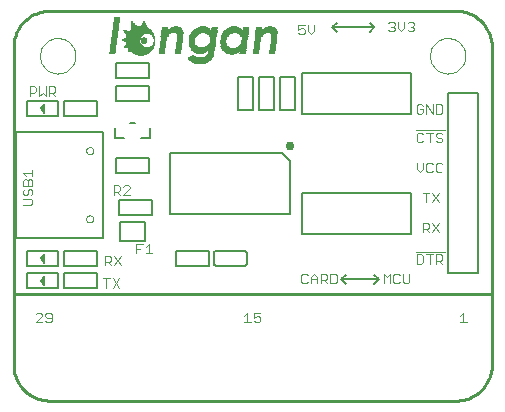
<source format=gto>
G75*
G70*
%OFA0B0*%
%FSLAX24Y24*%
%IPPOS*%
%LPD*%
%AMOC8*
5,1,8,0,0,1.08239X$1,22.5*
%
%ADD10C,0.0040*%
%ADD11C,0.0080*%
%ADD12C,0.0050*%
%ADD13C,0.0100*%
%ADD14C,0.0000*%
%ADD15C,0.0300*%
%ADD16R,0.0151X0.0006*%
%ADD17R,0.0239X0.0006*%
%ADD18R,0.0302X0.0006*%
%ADD19R,0.0346X0.0006*%
%ADD20R,0.0391X0.0006*%
%ADD21R,0.0422X0.0006*%
%ADD22R,0.0454X0.0006*%
%ADD23R,0.0479X0.0006*%
%ADD24R,0.0504X0.0006*%
%ADD25R,0.0529X0.0006*%
%ADD26R,0.0548X0.0006*%
%ADD27R,0.0573X0.0006*%
%ADD28R,0.0592X0.0006*%
%ADD29R,0.0611X0.0006*%
%ADD30R,0.0630X0.0006*%
%ADD31R,0.0643X0.0006*%
%ADD32R,0.0661X0.0006*%
%ADD33R,0.0674X0.0006*%
%ADD34R,0.0693X0.0006*%
%ADD35R,0.0706X0.0006*%
%ADD36R,0.0718X0.0006*%
%ADD37R,0.0731X0.0006*%
%ADD38R,0.0743X0.0006*%
%ADD39R,0.0750X0.0006*%
%ADD40R,0.0762X0.0006*%
%ADD41R,0.0775X0.0006*%
%ADD42R,0.0787X0.0006*%
%ADD43R,0.0800X0.0006*%
%ADD44R,0.0813X0.0006*%
%ADD45R,0.0806X0.0006*%
%ADD46R,0.0321X0.0006*%
%ADD47R,0.0359X0.0006*%
%ADD48R,0.0283X0.0006*%
%ADD49R,0.0328X0.0006*%
%ADD50R,0.0246X0.0006*%
%ADD51R,0.0315X0.0006*%
%ADD52R,0.0220X0.0006*%
%ADD53R,0.0296X0.0006*%
%ADD54R,0.0195X0.0006*%
%ADD55R,0.0290X0.0006*%
%ADD56R,0.0170X0.0006*%
%ADD57R,0.0277X0.0006*%
%ADD58R,0.0145X0.0006*%
%ADD59R,0.0126X0.0006*%
%ADD60R,0.0265X0.0006*%
%ADD61R,0.0107X0.0006*%
%ADD62R,0.0088X0.0006*%
%ADD63R,0.0258X0.0006*%
%ADD64R,0.0063X0.0006*%
%ADD65R,0.0252X0.0006*%
%ADD66R,0.0044X0.0006*%
%ADD67R,0.0025X0.0006*%
%ADD68R,0.0069X0.0006*%
%ADD69R,0.0006X0.0006*%
%ADD70R,0.0233X0.0006*%
%ADD71R,0.0227X0.0006*%
%ADD72R,0.0384X0.0006*%
%ADD73R,0.0409X0.0006*%
%ADD74R,0.0189X0.0006*%
%ADD75R,0.0435X0.0006*%
%ADD76R,0.0214X0.0006*%
%ADD77R,0.0460X0.0006*%
%ADD78R,0.0208X0.0006*%
%ADD79R,0.0050X0.0006*%
%ADD80R,0.0271X0.0006*%
%ADD81R,0.0485X0.0006*%
%ADD82R,0.0510X0.0006*%
%ADD83R,0.0523X0.0006*%
%ADD84R,0.0372X0.0006*%
%ADD85R,0.0561X0.0006*%
%ADD86R,0.0586X0.0006*%
%ADD87R,0.0340X0.0006*%
%ADD88R,0.0598X0.0006*%
%ADD89R,0.0365X0.0006*%
%ADD90R,0.0441X0.0006*%
%ADD91R,0.0038X0.0006*%
%ADD92R,0.0624X0.0006*%
%ADD93R,0.0416X0.0006*%
%ADD94R,0.0649X0.0006*%
%ADD95R,0.0428X0.0006*%
%ADD96R,0.0472X0.0006*%
%ADD97R,0.0491X0.0006*%
%ADD98R,0.0466X0.0006*%
%ADD99R,0.0756X0.0006*%
%ADD100R,0.0517X0.0006*%
%ADD101R,0.0769X0.0006*%
%ADD102R,0.0781X0.0006*%
%ADD103R,0.0794X0.0006*%
%ADD104R,0.0825X0.0006*%
%ADD105R,0.0838X0.0006*%
%ADD106R,0.0819X0.0006*%
%ADD107R,0.0353X0.0006*%
%ADD108R,0.0850X0.0006*%
%ADD109R,0.0334X0.0006*%
%ADD110R,0.0712X0.0006*%
%ADD111R,0.0157X0.0006*%
%ADD112R,0.0699X0.0006*%
%ADD113R,0.0309X0.0006*%
%ADD114R,0.0680X0.0006*%
%ADD115R,0.0668X0.0006*%
%ADD116R,0.0120X0.0006*%
%ADD117R,0.0655X0.0006*%
%ADD118R,0.0101X0.0006*%
%ADD119R,0.0082X0.0006*%
%ADD120R,0.0076X0.0006*%
%ADD121R,0.0535X0.0006*%
%ADD122R,0.0057X0.0006*%
%ADD123R,0.0498X0.0006*%
%ADD124R,0.0094X0.0006*%
%ADD125R,0.0132X0.0006*%
%ADD126R,0.0202X0.0006*%
%ADD127R,0.0176X0.0006*%
%ADD128R,0.0031X0.0006*%
%ADD129R,0.0183X0.0006*%
%ADD130R,0.0542X0.0006*%
%ADD131R,0.0554X0.0006*%
%ADD132R,0.0567X0.0006*%
%ADD133R,0.0580X0.0006*%
%ADD134R,0.0605X0.0006*%
%ADD135R,0.0687X0.0006*%
%ADD136R,0.0939X0.0006*%
%ADD137R,0.0932X0.0006*%
%ADD138R,0.0857X0.0006*%
%ADD139R,0.0737X0.0006*%
%ADD140R,0.0844X0.0006*%
%ADD141R,0.0724X0.0006*%
%ADD142R,0.0831X0.0006*%
%ADD143R,0.0164X0.0006*%
%ADD144R,0.0636X0.0006*%
%ADD145R,0.0397X0.0006*%
%ADD146R,0.0403X0.0006*%
%ADD147R,0.0378X0.0006*%
%ADD148R,0.0139X0.0006*%
%ADD149R,0.0113X0.0006*%
%ADD150R,0.0019X0.0006*%
%ADD151R,0.0013X0.0006*%
D10*
X001230Y003280D02*
X001437Y003487D01*
X001437Y003539D01*
X001385Y003590D01*
X001282Y003590D01*
X001230Y003539D01*
X001230Y003280D02*
X001437Y003280D01*
X001552Y003332D02*
X001604Y003280D01*
X001707Y003280D01*
X001759Y003332D01*
X001759Y003539D01*
X001707Y003590D01*
X001604Y003590D01*
X001552Y003539D01*
X001552Y003487D01*
X001604Y003435D01*
X001759Y003435D01*
X003480Y004740D02*
X003687Y004740D01*
X003583Y004740D02*
X003583Y004430D01*
X003802Y004430D02*
X004009Y004740D01*
X003802Y004740D02*
X004009Y004430D01*
X004059Y005180D02*
X003852Y005490D01*
X003737Y005439D02*
X003737Y005335D01*
X003685Y005283D01*
X003530Y005283D01*
X003530Y005180D02*
X003530Y005490D01*
X003685Y005490D01*
X003737Y005439D01*
X003633Y005283D02*
X003737Y005180D01*
X003852Y005180D02*
X004059Y005490D01*
X004585Y005580D02*
X004585Y005890D01*
X004792Y005890D01*
X004908Y005787D02*
X005011Y005890D01*
X005011Y005580D01*
X004908Y005580D02*
X005115Y005580D01*
X004689Y005735D02*
X004585Y005735D01*
X004359Y007530D02*
X004152Y007530D01*
X004359Y007737D01*
X004359Y007789D01*
X004307Y007840D01*
X004204Y007840D01*
X004152Y007789D01*
X004037Y007789D02*
X003985Y007840D01*
X003830Y007840D01*
X003830Y007530D01*
X003830Y007633D02*
X003985Y007633D01*
X004037Y007685D01*
X004037Y007789D01*
X003933Y007633D02*
X004037Y007530D01*
X001115Y007559D02*
X001063Y007508D01*
X001115Y007559D02*
X001115Y007663D01*
X001063Y007715D01*
X001012Y007715D01*
X000960Y007663D01*
X000960Y007559D01*
X000908Y007508D01*
X000856Y007508D01*
X000805Y007559D01*
X000805Y007663D01*
X000856Y007715D01*
X000805Y007830D02*
X000805Y007985D01*
X000856Y008037D01*
X000908Y008037D01*
X000960Y007985D01*
X000960Y007830D01*
X001115Y007830D02*
X001115Y007985D01*
X001063Y008037D01*
X001012Y008037D01*
X000960Y007985D01*
X000908Y008152D02*
X000805Y008256D01*
X001115Y008256D01*
X001115Y008359D02*
X001115Y008152D01*
X001115Y007830D02*
X000805Y007830D01*
X000805Y007392D02*
X001063Y007392D01*
X001115Y007341D01*
X001115Y007237D01*
X001063Y007185D01*
X000805Y007185D01*
X001030Y010830D02*
X001030Y011140D01*
X001185Y011140D01*
X001237Y011089D01*
X001237Y010985D01*
X001185Y010933D01*
X001030Y010933D01*
X001352Y010830D02*
X001456Y010933D01*
X001559Y010830D01*
X001559Y011140D01*
X001675Y011140D02*
X001830Y011140D01*
X001881Y011089D01*
X001881Y010985D01*
X001830Y010933D01*
X001675Y010933D01*
X001778Y010933D02*
X001881Y010830D01*
X001675Y010830D02*
X001675Y011140D01*
X001352Y011140D02*
X001352Y010830D01*
X008283Y003590D02*
X008180Y003487D01*
X008283Y003590D02*
X008283Y003280D01*
X008180Y003280D02*
X008387Y003280D01*
X008502Y003332D02*
X008554Y003280D01*
X008657Y003280D01*
X008709Y003332D01*
X008709Y003435D01*
X008657Y003487D01*
X008606Y003487D01*
X008502Y003435D01*
X008502Y003590D01*
X008709Y003590D01*
X010080Y004632D02*
X010132Y004580D01*
X010235Y004580D01*
X010287Y004632D01*
X010402Y004580D02*
X010402Y004787D01*
X010506Y004890D01*
X010609Y004787D01*
X010609Y004580D01*
X010725Y004580D02*
X010725Y004890D01*
X010880Y004890D01*
X010931Y004839D01*
X010931Y004735D01*
X010880Y004683D01*
X010725Y004683D01*
X010828Y004683D02*
X010931Y004580D01*
X011047Y004580D02*
X011202Y004580D01*
X011254Y004632D01*
X011254Y004839D01*
X011202Y004890D01*
X011047Y004890D01*
X011047Y004580D01*
X010609Y004735D02*
X010402Y004735D01*
X010287Y004839D02*
X010235Y004890D01*
X010132Y004890D01*
X010080Y004839D01*
X010080Y004632D01*
X012830Y004580D02*
X012830Y004890D01*
X012933Y004787D01*
X013037Y004890D01*
X013037Y004580D01*
X013152Y004632D02*
X013204Y004580D01*
X013307Y004580D01*
X013359Y004632D01*
X013475Y004632D02*
X013526Y004580D01*
X013630Y004580D01*
X013681Y004632D01*
X013681Y004890D01*
X013475Y004890D02*
X013475Y004632D01*
X013359Y004839D02*
X013307Y004890D01*
X013204Y004890D01*
X013152Y004839D01*
X013152Y004632D01*
X013930Y005230D02*
X014085Y005230D01*
X014137Y005282D01*
X014137Y005489D01*
X014085Y005540D01*
X013930Y005540D01*
X013930Y005230D01*
X013910Y005620D02*
X014877Y005620D01*
X014781Y005489D02*
X014781Y005385D01*
X014730Y005333D01*
X014575Y005333D01*
X014678Y005333D02*
X014781Y005230D01*
X014575Y005230D02*
X014575Y005540D01*
X014730Y005540D01*
X014781Y005489D01*
X014459Y005540D02*
X014252Y005540D01*
X014356Y005540D02*
X014356Y005230D01*
X014337Y006280D02*
X014233Y006383D01*
X014285Y006383D02*
X014130Y006383D01*
X014130Y006280D02*
X014130Y006590D01*
X014285Y006590D01*
X014337Y006539D01*
X014337Y006435D01*
X014285Y006383D01*
X014452Y006280D02*
X014659Y006590D01*
X014452Y006590D02*
X014659Y006280D01*
X014659Y007280D02*
X014452Y007590D01*
X014337Y007590D02*
X014130Y007590D01*
X014233Y007590D02*
X014233Y007280D01*
X014452Y007280D02*
X014659Y007590D01*
X014626Y008280D02*
X014730Y008280D01*
X014781Y008332D01*
X014626Y008280D02*
X014575Y008332D01*
X014575Y008539D01*
X014626Y008590D01*
X014730Y008590D01*
X014781Y008539D01*
X014459Y008539D02*
X014407Y008590D01*
X014304Y008590D01*
X014252Y008539D01*
X014252Y008332D01*
X014304Y008280D01*
X014407Y008280D01*
X014459Y008332D01*
X014137Y008383D02*
X014137Y008590D01*
X013930Y008590D02*
X013930Y008383D01*
X014033Y008280D01*
X014137Y008383D01*
X014085Y009280D02*
X013982Y009280D01*
X013930Y009332D01*
X013930Y009539D01*
X013982Y009590D01*
X014085Y009590D01*
X014137Y009539D01*
X014252Y009590D02*
X014459Y009590D01*
X014356Y009590D02*
X014356Y009280D01*
X014575Y009332D02*
X014626Y009280D01*
X014730Y009280D01*
X014781Y009332D01*
X014781Y009383D01*
X014730Y009435D01*
X014626Y009435D01*
X014575Y009487D01*
X014575Y009539D01*
X014626Y009590D01*
X014730Y009590D01*
X014781Y009539D01*
X014877Y009670D02*
X013910Y009670D01*
X014137Y009332D02*
X014085Y009280D01*
X014085Y010230D02*
X013982Y010230D01*
X013930Y010282D01*
X013930Y010489D01*
X013982Y010540D01*
X014085Y010540D01*
X014137Y010489D01*
X014137Y010385D02*
X014033Y010385D01*
X014137Y010385D02*
X014137Y010282D01*
X014085Y010230D01*
X014252Y010230D02*
X014252Y010540D01*
X014459Y010230D01*
X014459Y010540D01*
X014575Y010540D02*
X014730Y010540D01*
X014781Y010489D01*
X014781Y010282D01*
X014730Y010230D01*
X014575Y010230D01*
X014575Y010540D01*
X013780Y012980D02*
X013676Y012980D01*
X013625Y013032D01*
X013509Y013083D02*
X013509Y013290D01*
X013625Y013239D02*
X013676Y013290D01*
X013780Y013290D01*
X013831Y013239D01*
X013831Y013187D01*
X013780Y013135D01*
X013831Y013083D01*
X013831Y013032D01*
X013780Y012980D01*
X013780Y013135D02*
X013728Y013135D01*
X013509Y013083D02*
X013406Y012980D01*
X013302Y013083D01*
X013302Y013290D01*
X013187Y013239D02*
X013187Y013187D01*
X013135Y013135D01*
X013187Y013083D01*
X013187Y013032D01*
X013135Y012980D01*
X013032Y012980D01*
X012980Y013032D01*
X013083Y013135D02*
X013135Y013135D01*
X013187Y013239D02*
X013135Y013290D01*
X013032Y013290D01*
X012980Y013239D01*
X010509Y013190D02*
X010509Y012983D01*
X010406Y012880D01*
X010302Y012983D01*
X010302Y013190D01*
X010187Y013190D02*
X009980Y013190D01*
X009980Y013035D01*
X010083Y013087D01*
X010135Y013087D01*
X010187Y013035D01*
X010187Y012932D01*
X010135Y012880D01*
X010032Y012880D01*
X009980Y012932D01*
X015483Y003590D02*
X015483Y003280D01*
X015380Y003280D02*
X015587Y003280D01*
X015380Y003487D02*
X015483Y003590D01*
D11*
X012660Y004710D02*
X012510Y004560D01*
X012660Y004710D02*
X012510Y004860D01*
X012660Y004710D02*
X011410Y004710D01*
X011560Y004560D01*
X011410Y004710D02*
X011560Y004860D01*
X009718Y006886D02*
X005702Y006886D01*
X005702Y008934D01*
X009438Y008934D01*
X009718Y008654D01*
X009718Y006886D01*
X011260Y012960D02*
X011110Y013110D01*
X011260Y013260D01*
X011110Y013110D02*
X012510Y013110D01*
X012360Y012960D01*
X012510Y013110D02*
X012360Y013260D01*
D12*
X013721Y011599D02*
X013721Y010221D01*
X010099Y010221D01*
X010099Y011599D01*
X013721Y011599D01*
X014960Y010910D02*
X015960Y010910D01*
X015960Y004910D01*
X014960Y004910D01*
X014960Y010910D01*
X013721Y007599D02*
X013721Y006221D01*
X010099Y006221D01*
X010099Y007599D01*
X013721Y007599D01*
X009860Y010360D02*
X009360Y010360D01*
X009360Y011460D01*
X009860Y011460D01*
X009860Y010360D01*
X009160Y010360D02*
X008660Y010360D01*
X008660Y011460D01*
X009160Y011460D01*
X009160Y010360D01*
X008460Y010360D02*
X007960Y010360D01*
X007960Y011460D01*
X008460Y011460D01*
X008460Y010360D01*
X005010Y010660D02*
X005010Y011160D01*
X003910Y011160D01*
X003910Y010660D01*
X005010Y010660D01*
X005010Y011410D02*
X005010Y011910D01*
X003910Y011910D01*
X003910Y011410D01*
X005010Y011410D01*
X004535Y009910D02*
X004385Y009910D01*
X003885Y009760D02*
X003885Y009410D01*
X004185Y009410D01*
X004735Y009410D02*
X005035Y009410D01*
X005035Y009760D01*
X005010Y008760D02*
X003910Y008760D01*
X003910Y008260D01*
X005010Y008260D01*
X005010Y008760D01*
X003460Y009632D02*
X003460Y006088D01*
X000566Y006088D01*
X000566Y009632D01*
X003460Y009632D01*
X003260Y010160D02*
X003260Y010660D01*
X002160Y010660D01*
X002160Y010160D01*
X003260Y010160D01*
X001985Y010160D02*
X001985Y010660D01*
X000935Y010660D01*
X000935Y010160D01*
X001985Y010160D01*
X001510Y010260D02*
X001460Y010335D01*
X001460Y010485D01*
X001410Y010410D01*
X001460Y010335D01*
X001485Y010310D02*
X001485Y010510D01*
X001460Y010485D02*
X001510Y010560D01*
X001510Y010260D01*
X004010Y007360D02*
X005110Y007360D01*
X005110Y006860D01*
X004010Y006860D01*
X004010Y007360D01*
X004049Y006621D02*
X004871Y006621D01*
X004871Y005999D01*
X004049Y005999D01*
X004049Y006621D01*
X003260Y005660D02*
X003260Y005160D01*
X002160Y005160D01*
X002160Y005660D01*
X003260Y005660D01*
X003260Y004910D02*
X003260Y004410D01*
X002160Y004410D01*
X002160Y004910D01*
X003260Y004910D01*
X001985Y004910D02*
X001985Y004410D01*
X000935Y004410D01*
X000935Y004910D01*
X001985Y004910D01*
X001985Y005160D02*
X001985Y005660D01*
X000935Y005660D01*
X000935Y005160D01*
X001985Y005160D01*
X001510Y005260D02*
X001510Y005560D01*
X001460Y005485D01*
X001460Y005335D01*
X001510Y005260D01*
X001485Y005310D02*
X001485Y005510D01*
X001460Y005485D02*
X001410Y005410D01*
X001460Y005335D01*
X001510Y004810D02*
X001460Y004735D01*
X001460Y004585D01*
X001510Y004510D01*
X001510Y004810D01*
X001485Y004760D02*
X001485Y004560D01*
X001460Y004585D02*
X001410Y004660D01*
X001460Y004735D01*
X005910Y005160D02*
X005910Y005660D01*
X007010Y005660D01*
X007010Y005160D01*
X005910Y005160D01*
X007160Y005260D02*
X007160Y005560D01*
X007162Y005577D01*
X007166Y005594D01*
X007173Y005610D01*
X007183Y005624D01*
X007196Y005637D01*
X007210Y005647D01*
X007226Y005654D01*
X007243Y005658D01*
X007260Y005660D01*
X008160Y005660D01*
X008177Y005658D01*
X008194Y005654D01*
X008210Y005647D01*
X008224Y005637D01*
X008237Y005624D01*
X008247Y005610D01*
X008254Y005594D01*
X008258Y005577D01*
X008260Y005560D01*
X008260Y005260D01*
X008258Y005243D01*
X008254Y005226D01*
X008247Y005210D01*
X008237Y005196D01*
X008224Y005183D01*
X008210Y005173D01*
X008194Y005166D01*
X008177Y005162D01*
X008160Y005160D01*
X007260Y005160D01*
X007243Y005162D01*
X007226Y005166D01*
X007210Y005173D01*
X007196Y005183D01*
X007183Y005196D01*
X007173Y005210D01*
X007166Y005226D01*
X007162Y005243D01*
X007160Y005260D01*
D13*
X001688Y000664D02*
X015232Y000664D01*
X015299Y000666D01*
X015366Y000672D01*
X015433Y000681D01*
X015499Y000694D01*
X015564Y000711D01*
X015628Y000731D01*
X015691Y000755D01*
X015753Y000783D01*
X015812Y000814D01*
X015870Y000848D01*
X015926Y000885D01*
X015980Y000926D01*
X016032Y000969D01*
X016081Y001015D01*
X016127Y001064D01*
X016170Y001116D01*
X016211Y001170D01*
X016248Y001226D01*
X016282Y001284D01*
X016313Y001343D01*
X016341Y001405D01*
X016365Y001468D01*
X016385Y001532D01*
X016402Y001597D01*
X016415Y001663D01*
X016424Y001730D01*
X016430Y001797D01*
X016432Y001864D01*
X016432Y012456D01*
X016430Y012523D01*
X016424Y012590D01*
X016415Y012657D01*
X016402Y012723D01*
X016385Y012788D01*
X016365Y012852D01*
X016341Y012915D01*
X016313Y012977D01*
X016282Y013036D01*
X016248Y013094D01*
X016211Y013150D01*
X016170Y013204D01*
X016127Y013256D01*
X016081Y013305D01*
X016032Y013351D01*
X015980Y013394D01*
X015926Y013435D01*
X015870Y013472D01*
X015812Y013506D01*
X015753Y013537D01*
X015691Y013565D01*
X015628Y013589D01*
X015564Y013609D01*
X015499Y013626D01*
X015433Y013639D01*
X015366Y013648D01*
X015299Y013654D01*
X015232Y013656D01*
X001688Y013656D01*
X001621Y013654D01*
X001554Y013648D01*
X001487Y013639D01*
X001421Y013626D01*
X001356Y013609D01*
X001292Y013589D01*
X001229Y013565D01*
X001167Y013537D01*
X001108Y013506D01*
X001050Y013472D01*
X000994Y013435D01*
X000940Y013394D01*
X000888Y013351D01*
X000839Y013305D01*
X000793Y013256D01*
X000750Y013204D01*
X000709Y013150D01*
X000672Y013094D01*
X000638Y013036D01*
X000607Y012977D01*
X000579Y012915D01*
X000555Y012852D01*
X000535Y012788D01*
X000518Y012723D01*
X000505Y012657D01*
X000496Y012590D01*
X000490Y012523D01*
X000488Y012456D01*
X000488Y001864D01*
X000490Y001797D01*
X000496Y001730D01*
X000505Y001663D01*
X000518Y001597D01*
X000535Y001532D01*
X000555Y001468D01*
X000579Y001405D01*
X000607Y001343D01*
X000638Y001284D01*
X000672Y001226D01*
X000709Y001170D01*
X000750Y001116D01*
X000793Y001064D01*
X000839Y001015D01*
X000888Y000969D01*
X000940Y000926D01*
X000994Y000885D01*
X001050Y000848D01*
X001108Y000814D01*
X001167Y000783D01*
X001229Y000755D01*
X001292Y000731D01*
X001356Y000711D01*
X001421Y000694D01*
X001487Y000681D01*
X001554Y000672D01*
X001621Y000666D01*
X001688Y000664D01*
X000519Y004207D02*
X016401Y004207D01*
D14*
X014369Y012160D02*
X014371Y012208D01*
X014377Y012256D01*
X014387Y012303D01*
X014400Y012349D01*
X014418Y012394D01*
X014438Y012438D01*
X014463Y012480D01*
X014491Y012519D01*
X014521Y012556D01*
X014555Y012590D01*
X014592Y012622D01*
X014630Y012651D01*
X014671Y012676D01*
X014714Y012698D01*
X014759Y012716D01*
X014805Y012730D01*
X014852Y012741D01*
X014900Y012748D01*
X014948Y012751D01*
X014996Y012750D01*
X015044Y012745D01*
X015092Y012736D01*
X015138Y012724D01*
X015183Y012707D01*
X015227Y012687D01*
X015269Y012664D01*
X015309Y012637D01*
X015347Y012607D01*
X015382Y012574D01*
X015414Y012538D01*
X015444Y012500D01*
X015470Y012459D01*
X015492Y012416D01*
X015512Y012372D01*
X015527Y012327D01*
X015539Y012280D01*
X015547Y012232D01*
X015551Y012184D01*
X015551Y012136D01*
X015547Y012088D01*
X015539Y012040D01*
X015527Y011993D01*
X015512Y011948D01*
X015492Y011904D01*
X015470Y011861D01*
X015444Y011820D01*
X015414Y011782D01*
X015382Y011746D01*
X015347Y011713D01*
X015309Y011683D01*
X015269Y011656D01*
X015227Y011633D01*
X015183Y011613D01*
X015138Y011596D01*
X015092Y011584D01*
X015044Y011575D01*
X014996Y011570D01*
X014948Y011569D01*
X014900Y011572D01*
X014852Y011579D01*
X014805Y011590D01*
X014759Y011604D01*
X014714Y011622D01*
X014671Y011644D01*
X014630Y011669D01*
X014592Y011698D01*
X014555Y011730D01*
X014521Y011764D01*
X014491Y011801D01*
X014463Y011840D01*
X014438Y011882D01*
X014418Y011926D01*
X014400Y011971D01*
X014387Y012017D01*
X014377Y012064D01*
X014371Y012112D01*
X014369Y012160D01*
X002909Y008998D02*
X002911Y009019D01*
X002917Y009039D01*
X002926Y009059D01*
X002938Y009076D01*
X002953Y009090D01*
X002971Y009102D01*
X002991Y009110D01*
X003011Y009115D01*
X003032Y009116D01*
X003053Y009113D01*
X003073Y009107D01*
X003092Y009096D01*
X003109Y009083D01*
X003122Y009067D01*
X003133Y009049D01*
X003141Y009029D01*
X003145Y009009D01*
X003145Y008987D01*
X003141Y008967D01*
X003133Y008947D01*
X003122Y008929D01*
X003109Y008913D01*
X003092Y008900D01*
X003073Y008889D01*
X003053Y008883D01*
X003032Y008880D01*
X003011Y008881D01*
X002991Y008886D01*
X002971Y008894D01*
X002953Y008906D01*
X002938Y008920D01*
X002926Y008937D01*
X002917Y008957D01*
X002911Y008977D01*
X002909Y008998D01*
X002909Y006722D02*
X002911Y006743D01*
X002917Y006763D01*
X002926Y006783D01*
X002938Y006800D01*
X002953Y006814D01*
X002971Y006826D01*
X002991Y006834D01*
X003011Y006839D01*
X003032Y006840D01*
X003053Y006837D01*
X003073Y006831D01*
X003092Y006820D01*
X003109Y006807D01*
X003122Y006791D01*
X003133Y006773D01*
X003141Y006753D01*
X003145Y006733D01*
X003145Y006711D01*
X003141Y006691D01*
X003133Y006671D01*
X003122Y006653D01*
X003109Y006637D01*
X003092Y006624D01*
X003073Y006613D01*
X003053Y006607D01*
X003032Y006604D01*
X003011Y006605D01*
X002991Y006610D01*
X002971Y006618D01*
X002953Y006630D01*
X002938Y006644D01*
X002926Y006661D01*
X002917Y006681D01*
X002911Y006701D01*
X002909Y006722D01*
X001369Y012160D02*
X001371Y012208D01*
X001377Y012256D01*
X001387Y012303D01*
X001400Y012349D01*
X001418Y012394D01*
X001438Y012438D01*
X001463Y012480D01*
X001491Y012519D01*
X001521Y012556D01*
X001555Y012590D01*
X001592Y012622D01*
X001630Y012651D01*
X001671Y012676D01*
X001714Y012698D01*
X001759Y012716D01*
X001805Y012730D01*
X001852Y012741D01*
X001900Y012748D01*
X001948Y012751D01*
X001996Y012750D01*
X002044Y012745D01*
X002092Y012736D01*
X002138Y012724D01*
X002183Y012707D01*
X002227Y012687D01*
X002269Y012664D01*
X002309Y012637D01*
X002347Y012607D01*
X002382Y012574D01*
X002414Y012538D01*
X002444Y012500D01*
X002470Y012459D01*
X002492Y012416D01*
X002512Y012372D01*
X002527Y012327D01*
X002539Y012280D01*
X002547Y012232D01*
X002551Y012184D01*
X002551Y012136D01*
X002547Y012088D01*
X002539Y012040D01*
X002527Y011993D01*
X002512Y011948D01*
X002492Y011904D01*
X002470Y011861D01*
X002444Y011820D01*
X002414Y011782D01*
X002382Y011746D01*
X002347Y011713D01*
X002309Y011683D01*
X002269Y011656D01*
X002227Y011633D01*
X002183Y011613D01*
X002138Y011596D01*
X002092Y011584D01*
X002044Y011575D01*
X001996Y011570D01*
X001948Y011569D01*
X001900Y011572D01*
X001852Y011579D01*
X001805Y011590D01*
X001759Y011604D01*
X001714Y011622D01*
X001671Y011644D01*
X001630Y011669D01*
X001592Y011698D01*
X001555Y011730D01*
X001521Y011764D01*
X001491Y011801D01*
X001463Y011840D01*
X001438Y011882D01*
X001418Y011926D01*
X001400Y011971D01*
X001387Y012017D01*
X001377Y012064D01*
X001371Y012112D01*
X001369Y012160D01*
D15*
X009710Y009160D03*
D16*
X006703Y011876D03*
X006710Y012223D03*
X004826Y013167D03*
X004492Y013161D03*
D17*
X005519Y012796D03*
X005519Y012790D03*
X005897Y013092D03*
X006036Y012878D03*
X006477Y012808D03*
X006477Y012802D03*
X006483Y012815D03*
X006458Y012493D03*
X006464Y012487D03*
X007037Y012160D03*
X006703Y011882D03*
X007100Y012512D03*
X007138Y012802D03*
X007138Y012808D03*
X007529Y012802D03*
X007535Y012808D03*
X007535Y012815D03*
X007541Y012821D03*
X007516Y012468D03*
X007522Y012462D03*
X008146Y012500D03*
X008184Y012790D03*
X008184Y012796D03*
X008656Y012796D03*
X008656Y012790D03*
X009034Y013092D03*
X009173Y012878D03*
D18*
X008700Y012878D03*
X008165Y012865D03*
X008102Y012424D03*
X007755Y012223D03*
X007579Y012399D03*
X007056Y012449D03*
X006703Y011889D03*
X007610Y012897D03*
X006798Y013086D03*
X005563Y012878D03*
D19*
X005585Y012903D03*
X006706Y011895D03*
X007034Y012430D03*
X007097Y012890D03*
X007607Y012386D03*
X007752Y012235D03*
X008149Y012890D03*
X008722Y012903D03*
D20*
X008127Y012909D03*
X007755Y012248D03*
X007012Y012418D03*
X006710Y012267D03*
X006703Y011901D03*
D21*
X006706Y011908D03*
X007752Y012260D03*
D22*
X007831Y013041D03*
X009021Y013016D03*
X006710Y012286D03*
X006703Y011914D03*
X005884Y013016D03*
D23*
X006703Y011920D03*
X004486Y012544D03*
X004486Y012550D03*
X004480Y012563D03*
X004467Y012601D03*
X004486Y012745D03*
X004492Y012758D03*
D24*
X004511Y012802D03*
X004675Y013092D03*
X004669Y013111D03*
X004669Y013117D03*
X006710Y012304D03*
X006703Y011927D03*
X007755Y012292D03*
X006785Y013023D03*
D25*
X006703Y011933D03*
X004688Y013073D03*
X004448Y012714D03*
D26*
X004439Y012708D03*
X004489Y012487D03*
X004722Y012241D03*
X004697Y013060D03*
X006706Y011939D03*
X006782Y013004D03*
X007821Y012997D03*
D27*
X006706Y011945D03*
X004489Y012475D03*
D28*
X004404Y012657D03*
X004410Y012689D03*
X004530Y012853D03*
X006703Y011952D03*
D29*
X006706Y011958D03*
X004722Y012267D03*
X004489Y012456D03*
X004533Y012859D03*
X004722Y013023D03*
D30*
X004543Y012865D03*
X004492Y012449D03*
X006703Y011964D03*
D31*
X006703Y011971D03*
X004492Y012443D03*
D32*
X006706Y011977D03*
D33*
X006706Y011983D03*
X004722Y012997D03*
D34*
X004725Y012985D03*
X006703Y011990D03*
D35*
X006703Y011996D03*
X005777Y012979D03*
X005777Y012985D03*
X004725Y012979D03*
X008914Y012985D03*
D36*
X008921Y012960D03*
X006703Y012002D03*
X005784Y012960D03*
D37*
X005784Y012941D03*
X005784Y012934D03*
X005784Y012928D03*
X004719Y012966D03*
X006703Y012008D03*
X008921Y012928D03*
X008921Y012934D03*
X008921Y012941D03*
X008921Y012947D03*
D38*
X006817Y012317D03*
X006703Y012015D03*
X004681Y012286D03*
D39*
X004684Y012292D03*
X006706Y012021D03*
X006814Y012323D03*
X007866Y012304D03*
D40*
X007859Y012323D03*
X006814Y012330D03*
X006706Y012027D03*
X004697Y012311D03*
X004691Y012304D03*
D41*
X004710Y012336D03*
X004716Y012342D03*
X006706Y012034D03*
X006807Y012342D03*
X006807Y012349D03*
X007853Y012342D03*
X007853Y012336D03*
D42*
X007853Y012349D03*
X006801Y012361D03*
X006706Y012046D03*
X006706Y012040D03*
X004722Y012355D03*
X004722Y012361D03*
D43*
X004722Y012367D03*
X006706Y012053D03*
X006801Y012374D03*
X006883Y012985D03*
X006889Y012991D03*
X007847Y012367D03*
D44*
X007922Y012966D03*
X006877Y012972D03*
X006795Y012393D03*
X006795Y012386D03*
X006706Y012065D03*
X006706Y012059D03*
X004722Y012374D03*
X004722Y012380D03*
D45*
X006716Y012071D03*
X006798Y012380D03*
X006880Y012979D03*
X007925Y012972D03*
X007843Y012380D03*
X007843Y012374D03*
D46*
X008092Y012412D03*
X008155Y012878D03*
X007840Y013079D03*
X007110Y012878D03*
X006486Y012078D03*
X005573Y012890D03*
X004722Y012185D03*
X008710Y012890D03*
D47*
X008143Y012897D03*
X007091Y012897D03*
X006795Y013073D03*
X006946Y012078D03*
X004722Y012191D03*
D48*
X004722Y012179D03*
X005547Y012859D03*
X006014Y012909D03*
X006530Y012871D03*
X006505Y012437D03*
X006480Y012084D03*
X007122Y012853D03*
X007588Y012878D03*
X007595Y012884D03*
X007569Y012405D03*
X008111Y012437D03*
X008117Y012443D03*
X008174Y012846D03*
X008684Y012859D03*
X008691Y012865D03*
X009151Y012909D03*
D49*
X008152Y012884D03*
X007755Y012229D03*
X007043Y012437D03*
X006962Y012084D03*
X006798Y013079D03*
D50*
X006492Y012827D03*
X006486Y012821D03*
X006467Y012481D03*
X006473Y012090D03*
X007034Y012153D03*
X007091Y012500D03*
X007097Y012506D03*
X007525Y012456D03*
X007544Y012827D03*
X007551Y012834D03*
X008187Y012802D03*
X008143Y012493D03*
X008143Y012487D03*
X008136Y012481D03*
X008659Y012802D03*
X008659Y012808D03*
X009169Y012884D03*
X006032Y012884D03*
X005522Y012808D03*
X005522Y012802D03*
D51*
X005998Y012916D03*
X006565Y012897D03*
X007113Y012871D03*
X007050Y012443D03*
X006974Y012090D03*
X006710Y012248D03*
X007591Y012393D03*
X007623Y012903D03*
X009135Y012916D03*
D52*
X009182Y012846D03*
X009182Y012840D03*
X009182Y012834D03*
X009182Y012827D03*
X009182Y012821D03*
X009182Y012815D03*
X009182Y012796D03*
X009182Y012790D03*
X009182Y012783D03*
X009182Y012777D03*
X009182Y012771D03*
X009176Y012720D03*
X009176Y012714D03*
X009169Y012670D03*
X009163Y012626D03*
X009157Y012582D03*
X009157Y012575D03*
X009151Y012531D03*
X009144Y012487D03*
X009138Y012443D03*
X009138Y012437D03*
X009132Y012393D03*
X009125Y012349D03*
X009119Y012304D03*
X009113Y012254D03*
X008621Y012626D03*
X008621Y012632D03*
X008628Y012664D03*
X008628Y012670D03*
X008628Y012676D03*
X008634Y012689D03*
X008634Y012695D03*
X008634Y012701D03*
X008634Y012708D03*
X008634Y012714D03*
X008640Y012727D03*
X008640Y012733D03*
X008584Y012355D03*
X008571Y012260D03*
X008155Y012525D03*
X008162Y012538D03*
X008162Y012544D03*
X008187Y012752D03*
X008225Y012985D03*
X008231Y013029D03*
X008231Y013035D03*
X008237Y013073D03*
X008237Y013079D03*
X008678Y013048D03*
X008678Y013041D03*
X007506Y012752D03*
X007500Y012739D03*
X007500Y012733D03*
X007500Y012727D03*
X007494Y012720D03*
X007494Y012714D03*
X007494Y012708D03*
X007494Y012701D03*
X007488Y012676D03*
X007488Y012670D03*
X007488Y012563D03*
X007488Y012556D03*
X007494Y012538D03*
X007494Y012531D03*
X007494Y012525D03*
X007500Y012512D03*
X007500Y012506D03*
X007116Y012550D03*
X007110Y012544D03*
X007110Y012538D03*
X007066Y012229D03*
X007066Y012223D03*
X007059Y012210D03*
X007059Y012204D03*
X007053Y012191D03*
X006473Y012097D03*
X006442Y012531D03*
X006442Y012538D03*
X006442Y012544D03*
X006436Y012550D03*
X006436Y012556D03*
X006436Y012563D03*
X006442Y012720D03*
X006442Y012727D03*
X006448Y012739D03*
X006448Y012745D03*
X006454Y012758D03*
X006045Y012771D03*
X006045Y012777D03*
X006045Y012783D03*
X006045Y012790D03*
X006045Y012796D03*
X006045Y012802D03*
X006045Y012808D03*
X006045Y012815D03*
X006045Y012821D03*
X006045Y012827D03*
X006045Y012834D03*
X006045Y012840D03*
X006045Y012846D03*
X006039Y012720D03*
X006032Y012670D03*
X006026Y012626D03*
X006020Y012582D03*
X006014Y012538D03*
X006014Y012531D03*
X006007Y012487D03*
X006001Y012443D03*
X005995Y012399D03*
X005995Y012393D03*
X005988Y012349D03*
X005982Y012304D03*
X005976Y012260D03*
X005976Y012254D03*
X005440Y012311D03*
X005447Y012355D03*
X005434Y012260D03*
X005478Y012588D03*
X005484Y012626D03*
X005484Y012632D03*
X005491Y012664D03*
X005491Y012670D03*
X005491Y012676D03*
X005497Y012695D03*
X005497Y012701D03*
X005497Y012708D03*
X005497Y012714D03*
X005503Y012733D03*
X005541Y013048D03*
X003922Y013262D03*
X003929Y013306D03*
X003935Y013356D03*
X003941Y013401D03*
X003916Y013218D03*
X003910Y013167D03*
X003903Y013123D03*
X003897Y013079D03*
X003891Y013035D03*
X003891Y013029D03*
X003884Y012985D03*
X003878Y012941D03*
X003872Y012897D03*
X003872Y012890D03*
X003866Y012846D03*
X003859Y012802D03*
X003853Y012758D03*
X003853Y012752D03*
X003847Y012708D03*
X003840Y012664D03*
X003834Y012619D03*
X003828Y012569D03*
X003821Y012525D03*
X003815Y012481D03*
X003809Y012430D03*
X003803Y012386D03*
X003796Y012342D03*
X003790Y012292D03*
X003784Y012248D03*
X007179Y012997D03*
X007185Y013035D03*
X007185Y013041D03*
X007191Y013079D03*
X007191Y013086D03*
D53*
X007122Y012859D03*
X006549Y012884D03*
X006511Y012430D03*
X006984Y012097D03*
X007840Y013086D03*
X008168Y012859D03*
D54*
X007141Y012676D03*
X007141Y012670D03*
X007141Y012664D03*
X007141Y012657D03*
X007141Y012651D03*
X007141Y012645D03*
X007135Y012632D03*
X007135Y012626D03*
X007135Y012619D03*
X006473Y012103D03*
X004842Y012601D03*
X004842Y012607D03*
X004842Y012676D03*
X004842Y012682D03*
X004514Y013123D03*
D55*
X005551Y012865D03*
X005557Y012871D03*
X005897Y013079D03*
X006540Y012878D03*
X007062Y012456D03*
X007069Y012462D03*
X006710Y012241D03*
X006993Y012103D03*
X007604Y012890D03*
X008171Y012853D03*
X008108Y012430D03*
X008694Y012871D03*
X009034Y013079D03*
D56*
X006473Y012109D03*
X005062Y012878D03*
X004842Y012708D03*
X004842Y012582D03*
X004722Y012166D03*
X004823Y013149D03*
X004502Y013142D03*
D57*
X005544Y012853D03*
X006495Y012443D03*
X007075Y012468D03*
X007125Y012846D03*
X007560Y012412D03*
X007006Y012116D03*
X006999Y012109D03*
X008121Y012449D03*
X008681Y012853D03*
D58*
X006473Y012116D03*
X005081Y012418D03*
X004842Y012569D03*
X004842Y012720D03*
X005081Y012871D03*
X004829Y013174D03*
X004489Y013167D03*
D59*
X004473Y013193D03*
X004832Y013193D03*
X005091Y012424D03*
X006470Y012122D03*
X007755Y012197D03*
D60*
X007554Y012418D03*
X007547Y012424D03*
X007081Y012481D03*
X007132Y012827D03*
X007132Y012834D03*
X006514Y012853D03*
X006483Y012456D03*
X006489Y012449D03*
X007012Y012122D03*
X007018Y012128D03*
X008127Y012462D03*
X008177Y012827D03*
X008177Y012834D03*
X007843Y013092D03*
X008675Y012840D03*
X009034Y013086D03*
X005897Y013086D03*
X005538Y012840D03*
D61*
X005106Y012853D03*
X004842Y012733D03*
X005106Y012437D03*
X005900Y013111D03*
X004836Y013212D03*
X006473Y012128D03*
X009037Y013111D03*
D62*
X006477Y012134D03*
X005129Y012456D03*
X005122Y012449D03*
X004845Y012739D03*
X005129Y012834D03*
X004454Y013224D03*
D63*
X005535Y012834D03*
X006026Y012897D03*
X006505Y012846D03*
X006480Y012462D03*
X007084Y012487D03*
X007135Y012821D03*
X007563Y012853D03*
X007569Y012859D03*
X007538Y012437D03*
X007544Y012430D03*
X007021Y012134D03*
X008130Y012468D03*
X008180Y012821D03*
X008672Y012834D03*
X009163Y012897D03*
D64*
X006477Y012141D03*
X005154Y012493D03*
X005154Y012796D03*
X005147Y012802D03*
X004845Y012544D03*
X004341Y012279D03*
X004442Y013249D03*
X004845Y013249D03*
D65*
X005532Y012827D03*
X005532Y012821D03*
X005525Y012815D03*
X006029Y012890D03*
X006495Y012834D03*
X006502Y012840D03*
X006470Y012475D03*
X006477Y012468D03*
X006710Y012235D03*
X007025Y012141D03*
X007031Y012147D03*
X007088Y012493D03*
X007138Y012815D03*
X007554Y012840D03*
X007560Y012846D03*
X007529Y012449D03*
X007535Y012443D03*
X008133Y012475D03*
X008184Y012808D03*
X008184Y012815D03*
X008662Y012815D03*
X008669Y012821D03*
X008669Y012827D03*
X009166Y012890D03*
D66*
X006480Y012147D03*
X005176Y012538D03*
X005176Y012544D03*
X005182Y012563D03*
X005169Y012525D03*
X005182Y012727D03*
X005176Y012739D03*
X005176Y012745D03*
X005176Y012752D03*
X004848Y013268D03*
X004432Y013268D03*
D67*
X006483Y012153D03*
D68*
X005151Y012487D03*
X005144Y012481D03*
X005144Y012808D03*
X004445Y013243D03*
X004722Y012160D03*
D69*
X006486Y012160D03*
D70*
X006454Y012500D03*
X006467Y012790D03*
X006473Y012796D03*
X006801Y013098D03*
X007141Y012796D03*
X007141Y012790D03*
X007103Y012525D03*
X007103Y012519D03*
X007047Y012172D03*
X007040Y012166D03*
X007513Y012475D03*
X007513Y012481D03*
X007519Y012783D03*
X007525Y012796D03*
X007752Y012210D03*
X008149Y012506D03*
X008149Y012512D03*
X008187Y012777D03*
X008187Y012783D03*
X008647Y012771D03*
X008647Y012764D03*
X008647Y012758D03*
X008653Y012777D03*
X008653Y012783D03*
X009176Y012865D03*
X009176Y012871D03*
X006039Y012871D03*
X006039Y012865D03*
X005516Y012783D03*
X005516Y012777D03*
X005510Y012771D03*
X005510Y012764D03*
X005510Y012758D03*
X004722Y012172D03*
D71*
X005500Y012720D03*
X005500Y012727D03*
X005506Y012739D03*
X005506Y012745D03*
X005506Y012752D03*
X006042Y012853D03*
X006042Y012859D03*
X006451Y012752D03*
X006458Y012764D03*
X006458Y012771D03*
X006464Y012777D03*
X006464Y012783D03*
X006445Y012525D03*
X006445Y012519D03*
X006451Y012512D03*
X006451Y012506D03*
X007056Y012197D03*
X007050Y012185D03*
X007050Y012179D03*
X007106Y012531D03*
X007144Y012771D03*
X007144Y012777D03*
X007144Y012783D03*
X007503Y012745D03*
X007510Y012758D03*
X007510Y012764D03*
X007516Y012771D03*
X007516Y012777D03*
X007522Y012790D03*
X007497Y012519D03*
X007503Y012500D03*
X007503Y012493D03*
X007510Y012487D03*
X008152Y012519D03*
X008158Y012531D03*
X008190Y012758D03*
X008190Y012764D03*
X008190Y012771D03*
X007843Y013098D03*
X008643Y012752D03*
X008643Y012745D03*
X008643Y012739D03*
X008637Y012720D03*
X009179Y012853D03*
X009179Y012859D03*
D72*
X009025Y013048D03*
X008747Y012916D03*
X007084Y012903D03*
X005888Y013048D03*
X005610Y012916D03*
X004722Y012197D03*
D73*
X004722Y012204D03*
X005888Y013035D03*
X007752Y012254D03*
X008042Y012386D03*
X007834Y013054D03*
X009025Y013035D03*
D74*
X007755Y012204D03*
X006804Y013104D03*
X004820Y013136D03*
X004511Y013130D03*
X004845Y012689D03*
D75*
X004722Y012210D03*
D76*
X005431Y012223D03*
X005431Y012229D03*
X005431Y012235D03*
X005431Y012241D03*
X005431Y012248D03*
X005431Y012254D03*
X005437Y012267D03*
X005437Y012273D03*
X005437Y012279D03*
X005437Y012286D03*
X005437Y012292D03*
X005437Y012298D03*
X005437Y012304D03*
X005443Y012317D03*
X005443Y012323D03*
X005443Y012330D03*
X005443Y012336D03*
X005443Y012342D03*
X005443Y012349D03*
X005450Y012361D03*
X005450Y012367D03*
X005450Y012374D03*
X005450Y012380D03*
X005450Y012386D03*
X005450Y012393D03*
X005450Y012399D03*
X005456Y012405D03*
X005456Y012412D03*
X005456Y012418D03*
X005456Y012424D03*
X005456Y012430D03*
X005456Y012437D03*
X005456Y012443D03*
X005456Y012449D03*
X005462Y012456D03*
X005462Y012462D03*
X005462Y012468D03*
X005462Y012475D03*
X005462Y012481D03*
X005462Y012487D03*
X005462Y012493D03*
X005469Y012500D03*
X005469Y012506D03*
X005469Y012512D03*
X005469Y012519D03*
X005469Y012525D03*
X005469Y012531D03*
X005469Y012538D03*
X005475Y012550D03*
X005475Y012556D03*
X005475Y012563D03*
X005475Y012569D03*
X005475Y012575D03*
X005475Y012582D03*
X005481Y012594D03*
X005481Y012601D03*
X005481Y012607D03*
X005481Y012613D03*
X005481Y012619D03*
X005488Y012638D03*
X005488Y012645D03*
X005488Y012651D03*
X005488Y012657D03*
X005494Y012682D03*
X005494Y012689D03*
X005538Y013010D03*
X005538Y013016D03*
X005538Y013023D03*
X005538Y013029D03*
X005538Y013035D03*
X005538Y013041D03*
X005544Y013054D03*
X005544Y013060D03*
X005544Y013067D03*
X005544Y013073D03*
X005544Y013079D03*
X005544Y013086D03*
X006042Y012764D03*
X006042Y012758D03*
X006042Y012752D03*
X006042Y012745D03*
X006042Y012739D03*
X006042Y012733D03*
X006042Y012727D03*
X006036Y012714D03*
X006036Y012708D03*
X006036Y012701D03*
X006036Y012695D03*
X006036Y012689D03*
X006036Y012682D03*
X006036Y012676D03*
X006029Y012664D03*
X006029Y012657D03*
X006029Y012651D03*
X006029Y012645D03*
X006029Y012638D03*
X006029Y012632D03*
X006023Y012619D03*
X006023Y012613D03*
X006023Y012607D03*
X006023Y012601D03*
X006023Y012594D03*
X006023Y012588D03*
X006017Y012575D03*
X006017Y012569D03*
X006017Y012563D03*
X006017Y012556D03*
X006017Y012550D03*
X006017Y012544D03*
X006010Y012525D03*
X006010Y012519D03*
X006010Y012512D03*
X006010Y012506D03*
X006010Y012500D03*
X006010Y012493D03*
X006004Y012481D03*
X006004Y012475D03*
X006004Y012468D03*
X006004Y012462D03*
X006004Y012456D03*
X006004Y012449D03*
X005998Y012437D03*
X005998Y012430D03*
X005998Y012424D03*
X005998Y012418D03*
X005998Y012412D03*
X005998Y012405D03*
X005991Y012386D03*
X005991Y012380D03*
X005991Y012374D03*
X005991Y012367D03*
X005991Y012361D03*
X005991Y012355D03*
X005985Y012342D03*
X005985Y012336D03*
X005985Y012330D03*
X005985Y012323D03*
X005985Y012317D03*
X005985Y012311D03*
X005979Y012298D03*
X005979Y012292D03*
X005979Y012286D03*
X005979Y012279D03*
X005979Y012273D03*
X005979Y012267D03*
X005973Y012248D03*
X005973Y012241D03*
X005973Y012235D03*
X005973Y012229D03*
X005973Y012223D03*
X006432Y012569D03*
X006432Y012575D03*
X006432Y012582D03*
X006432Y012588D03*
X006432Y012594D03*
X006432Y012664D03*
X006432Y012670D03*
X006432Y012676D03*
X006432Y012682D03*
X006432Y012689D03*
X006432Y012695D03*
X006439Y012701D03*
X006439Y012708D03*
X006439Y012714D03*
X006445Y012733D03*
X006710Y012229D03*
X007062Y012216D03*
X007069Y012235D03*
X007069Y012241D03*
X007069Y012248D03*
X007075Y012254D03*
X007075Y012260D03*
X007075Y012267D03*
X007075Y012273D03*
X007081Y012292D03*
X007081Y012298D03*
X007081Y012304D03*
X007119Y012556D03*
X007119Y012563D03*
X007144Y012745D03*
X007144Y012752D03*
X007144Y012758D03*
X007144Y012764D03*
X007182Y013004D03*
X007182Y013010D03*
X007182Y013016D03*
X007182Y013023D03*
X007182Y013029D03*
X007188Y013048D03*
X007188Y013054D03*
X007188Y013060D03*
X007188Y013067D03*
X007188Y013073D03*
X007195Y013092D03*
X007491Y012695D03*
X007491Y012689D03*
X007491Y012682D03*
X007484Y012664D03*
X007484Y012657D03*
X007484Y012651D03*
X007484Y012645D03*
X007484Y012638D03*
X007484Y012632D03*
X007484Y012626D03*
X007484Y012619D03*
X007484Y012613D03*
X007484Y012607D03*
X007484Y012601D03*
X007484Y012594D03*
X007484Y012588D03*
X007484Y012582D03*
X007484Y012575D03*
X007484Y012569D03*
X007491Y012550D03*
X007491Y012544D03*
X008165Y012550D03*
X008165Y012556D03*
X008165Y012563D03*
X008171Y012575D03*
X008190Y012714D03*
X008190Y012720D03*
X008190Y012727D03*
X008190Y012733D03*
X008190Y012739D03*
X008190Y012745D03*
X008221Y012979D03*
X008228Y012991D03*
X008228Y012997D03*
X008228Y013004D03*
X008228Y013010D03*
X008228Y013016D03*
X008228Y013023D03*
X008234Y013041D03*
X008234Y013048D03*
X008234Y013054D03*
X008234Y013060D03*
X008234Y013067D03*
X008240Y013086D03*
X008240Y013092D03*
X008675Y013035D03*
X008675Y013029D03*
X008675Y013023D03*
X008675Y013016D03*
X008675Y013010D03*
X008681Y013054D03*
X008681Y013060D03*
X008681Y013067D03*
X008681Y013073D03*
X008681Y013079D03*
X008681Y013086D03*
X008631Y012682D03*
X008625Y012657D03*
X008625Y012651D03*
X008625Y012645D03*
X008625Y012638D03*
X008618Y012619D03*
X008618Y012613D03*
X008618Y012607D03*
X008618Y012601D03*
X008618Y012594D03*
X008618Y012588D03*
X008612Y012582D03*
X008612Y012575D03*
X008612Y012569D03*
X008612Y012563D03*
X008612Y012556D03*
X008612Y012550D03*
X008612Y012544D03*
X008606Y012538D03*
X008606Y012531D03*
X008606Y012525D03*
X008606Y012519D03*
X008606Y012512D03*
X008606Y012506D03*
X008606Y012500D03*
X008599Y012493D03*
X008599Y012487D03*
X008599Y012481D03*
X008599Y012475D03*
X008599Y012468D03*
X008599Y012462D03*
X008599Y012456D03*
X008599Y012449D03*
X008593Y012443D03*
X008593Y012437D03*
X008593Y012430D03*
X008593Y012424D03*
X008593Y012418D03*
X008593Y012412D03*
X008593Y012405D03*
X008587Y012399D03*
X008587Y012393D03*
X008587Y012386D03*
X008587Y012380D03*
X008587Y012374D03*
X008587Y012367D03*
X008587Y012361D03*
X008580Y012349D03*
X008580Y012342D03*
X008580Y012336D03*
X008580Y012330D03*
X008580Y012323D03*
X008580Y012317D03*
X008580Y012311D03*
X008574Y012304D03*
X008574Y012298D03*
X008574Y012292D03*
X008574Y012286D03*
X008574Y012279D03*
X008574Y012273D03*
X008574Y012267D03*
X008568Y012254D03*
X008568Y012248D03*
X008568Y012241D03*
X008568Y012235D03*
X008568Y012229D03*
X008568Y012223D03*
X008127Y012260D03*
X008127Y012267D03*
X008127Y012273D03*
X008127Y012279D03*
X008127Y012286D03*
X008127Y012292D03*
X008127Y012298D03*
X008121Y012248D03*
X008121Y012241D03*
X008121Y012235D03*
X008121Y012229D03*
X008121Y012223D03*
X009110Y012223D03*
X009110Y012229D03*
X009110Y012235D03*
X009110Y012241D03*
X009110Y012248D03*
X009116Y012260D03*
X009116Y012267D03*
X009116Y012273D03*
X009116Y012279D03*
X009116Y012286D03*
X009116Y012292D03*
X009116Y012298D03*
X009122Y012311D03*
X009122Y012317D03*
X009122Y012323D03*
X009122Y012330D03*
X009122Y012336D03*
X009122Y012342D03*
X009129Y012355D03*
X009129Y012361D03*
X009129Y012367D03*
X009129Y012374D03*
X009129Y012380D03*
X009129Y012386D03*
X009135Y012399D03*
X009135Y012405D03*
X009135Y012412D03*
X009135Y012418D03*
X009135Y012424D03*
X009135Y012430D03*
X009141Y012449D03*
X009141Y012456D03*
X009141Y012462D03*
X009141Y012468D03*
X009141Y012475D03*
X009141Y012481D03*
X009147Y012493D03*
X009147Y012500D03*
X009147Y012506D03*
X009147Y012512D03*
X009147Y012519D03*
X009147Y012525D03*
X009154Y012538D03*
X009154Y012544D03*
X009154Y012550D03*
X009154Y012556D03*
X009154Y012563D03*
X009154Y012569D03*
X009160Y012588D03*
X009160Y012594D03*
X009160Y012601D03*
X009160Y012607D03*
X009160Y012613D03*
X009160Y012619D03*
X009166Y012632D03*
X009166Y012638D03*
X009166Y012645D03*
X009166Y012651D03*
X009166Y012657D03*
X009166Y012664D03*
X009173Y012676D03*
X009173Y012682D03*
X009173Y012689D03*
X009173Y012695D03*
X009173Y012701D03*
X009173Y012708D03*
X009179Y012727D03*
X009179Y012733D03*
X009179Y012739D03*
X009179Y012745D03*
X009179Y012752D03*
X009179Y012758D03*
X009179Y012764D03*
X009185Y012802D03*
X009185Y012808D03*
X009110Y012216D03*
X003881Y012947D03*
X003881Y012953D03*
X003881Y012960D03*
X003881Y012966D03*
X003881Y012972D03*
X003881Y012979D03*
X003888Y012991D03*
X003888Y012997D03*
X003888Y013004D03*
X003888Y013010D03*
X003888Y013016D03*
X003888Y013023D03*
X003894Y013041D03*
X003894Y013048D03*
X003894Y013054D03*
X003894Y013060D03*
X003894Y013067D03*
X003894Y013073D03*
X003900Y013086D03*
X003900Y013092D03*
X003900Y013098D03*
X003900Y013104D03*
X003900Y013111D03*
X003900Y013117D03*
X003906Y013130D03*
X003906Y013136D03*
X003906Y013142D03*
X003906Y013149D03*
X003906Y013155D03*
X003906Y013161D03*
X003913Y013174D03*
X003913Y013180D03*
X003913Y013186D03*
X003913Y013193D03*
X003913Y013199D03*
X003913Y013205D03*
X003913Y013212D03*
X003919Y013224D03*
X003919Y013230D03*
X003919Y013237D03*
X003919Y013243D03*
X003919Y013249D03*
X003919Y013256D03*
X003925Y013268D03*
X003925Y013275D03*
X003925Y013281D03*
X003925Y013287D03*
X003925Y013293D03*
X003925Y013300D03*
X003932Y013312D03*
X003932Y013319D03*
X003932Y013325D03*
X003932Y013331D03*
X003932Y013338D03*
X003932Y013344D03*
X003932Y013350D03*
X003938Y013363D03*
X003938Y013369D03*
X003938Y013375D03*
X003938Y013382D03*
X003938Y013388D03*
X003938Y013394D03*
X003944Y013407D03*
X003944Y013413D03*
X003944Y013419D03*
X003944Y013426D03*
X003875Y012934D03*
X003875Y012928D03*
X003875Y012922D03*
X003875Y012916D03*
X003875Y012909D03*
X003875Y012903D03*
X003869Y012884D03*
X003869Y012878D03*
X003869Y012871D03*
X003869Y012865D03*
X003869Y012859D03*
X003869Y012853D03*
X003862Y012840D03*
X003862Y012834D03*
X003862Y012827D03*
X003862Y012821D03*
X003862Y012815D03*
X003862Y012808D03*
X003856Y012796D03*
X003856Y012790D03*
X003856Y012783D03*
X003856Y012777D03*
X003856Y012771D03*
X003856Y012764D03*
X003850Y012745D03*
X003850Y012739D03*
X003850Y012733D03*
X003850Y012727D03*
X003850Y012720D03*
X003850Y012714D03*
X003843Y012701D03*
X003843Y012695D03*
X003843Y012689D03*
X003843Y012682D03*
X003843Y012676D03*
X003843Y012670D03*
X003837Y012657D03*
X003837Y012651D03*
X003837Y012645D03*
X003837Y012638D03*
X003837Y012632D03*
X003837Y012626D03*
X003831Y012613D03*
X003831Y012607D03*
X003831Y012601D03*
X003831Y012594D03*
X003831Y012588D03*
X003831Y012582D03*
X003831Y012575D03*
X003825Y012563D03*
X003825Y012556D03*
X003825Y012550D03*
X003825Y012544D03*
X003825Y012538D03*
X003825Y012531D03*
X003818Y012519D03*
X003818Y012512D03*
X003818Y012506D03*
X003818Y012500D03*
X003818Y012493D03*
X003818Y012487D03*
X003812Y012475D03*
X003812Y012468D03*
X003812Y012462D03*
X003812Y012456D03*
X003812Y012449D03*
X003812Y012443D03*
X003812Y012437D03*
X003806Y012424D03*
X003806Y012418D03*
X003806Y012412D03*
X003806Y012405D03*
X003806Y012399D03*
X003806Y012393D03*
X003799Y012380D03*
X003799Y012374D03*
X003799Y012367D03*
X003799Y012361D03*
X003799Y012355D03*
X003799Y012349D03*
X003793Y012336D03*
X003793Y012330D03*
X003793Y012323D03*
X003793Y012317D03*
X003793Y012311D03*
X003793Y012304D03*
X003793Y012298D03*
X003787Y012286D03*
X003787Y012279D03*
X003787Y012273D03*
X003787Y012267D03*
X003787Y012260D03*
X003787Y012254D03*
X003780Y012241D03*
X003780Y012235D03*
X003780Y012229D03*
X003780Y012223D03*
X003780Y012216D03*
D77*
X004722Y012216D03*
X005881Y013010D03*
X006788Y013041D03*
X007752Y012273D03*
X009018Y013010D03*
D78*
X009037Y013098D03*
X008684Y013092D03*
X008187Y012708D03*
X008180Y012619D03*
X008174Y012594D03*
X008174Y012588D03*
X008174Y012582D03*
X008168Y012569D03*
X008124Y012254D03*
X008117Y012216D03*
X008565Y012216D03*
X007122Y012569D03*
X007122Y012575D03*
X007129Y012594D03*
X007147Y012727D03*
X007147Y012733D03*
X007147Y012739D03*
X007084Y012311D03*
X007078Y012286D03*
X007078Y012279D03*
X006429Y012601D03*
X006429Y012607D03*
X006429Y012613D03*
X006429Y012619D03*
X006429Y012626D03*
X006429Y012632D03*
X006429Y012638D03*
X006429Y012645D03*
X006429Y012651D03*
X006429Y012657D03*
X005969Y012216D03*
X005428Y012216D03*
X005472Y012544D03*
X005547Y013092D03*
X005900Y013098D03*
X004842Y012664D03*
X004842Y012657D03*
X004842Y012651D03*
X004842Y012645D03*
X004842Y012638D03*
X004842Y012632D03*
X004842Y012626D03*
X004842Y012619D03*
D79*
X004845Y012745D03*
X005166Y012764D03*
X005166Y012771D03*
X005173Y012758D03*
X005173Y012531D03*
X005166Y012519D03*
X004436Y013262D03*
X006710Y012216D03*
D80*
X007078Y012475D03*
X007129Y012840D03*
X006801Y013092D03*
X006524Y012865D03*
X006517Y012859D03*
X006020Y012903D03*
X005541Y012846D03*
X004785Y013123D03*
X007576Y012865D03*
X007582Y012871D03*
X008174Y012840D03*
X008124Y012456D03*
X007752Y012216D03*
X008678Y012846D03*
X009157Y012903D03*
D81*
X007828Y013029D03*
X006713Y012298D03*
X004722Y012223D03*
X004489Y012531D03*
X004489Y012538D03*
X004477Y012733D03*
X004483Y012739D03*
X004489Y012752D03*
X004495Y012764D03*
X004495Y012771D03*
D82*
X004514Y012808D03*
X004458Y012720D03*
X004451Y012613D03*
X004489Y012512D03*
X004722Y012229D03*
X004678Y013086D03*
X004672Y013098D03*
X004672Y013104D03*
X007828Y013016D03*
D83*
X007821Y013010D03*
X006782Y013016D03*
X004722Y012235D03*
X004489Y012500D03*
X004445Y012619D03*
X004521Y012821D03*
D84*
X007658Y012916D03*
X007834Y013067D03*
X008136Y012903D03*
X008061Y012393D03*
X007752Y012241D03*
D85*
X007821Y012991D03*
X004703Y013054D03*
X004527Y012840D03*
X004489Y012481D03*
X004722Y012248D03*
D86*
X004722Y012254D03*
X004489Y012468D03*
X004716Y013035D03*
D87*
X006710Y012254D03*
D88*
X004722Y012260D03*
X004489Y012462D03*
X004407Y012664D03*
X004407Y012682D03*
X004722Y013029D03*
D89*
X005595Y012909D03*
X005891Y013054D03*
X006596Y012909D03*
X007025Y012424D03*
X006710Y012260D03*
X008732Y012909D03*
X009028Y013054D03*
D90*
X009021Y013023D03*
X007755Y012267D03*
X006791Y013048D03*
X005884Y013023D03*
D91*
X005185Y012720D03*
X005185Y012714D03*
X005185Y012708D03*
X005179Y012733D03*
X005185Y012582D03*
X005185Y012575D03*
X005185Y012569D03*
X005179Y012556D03*
X005179Y012550D03*
X004851Y013275D03*
X004429Y013275D03*
X004335Y012273D03*
D92*
X004722Y012273D03*
X004722Y013016D03*
D93*
X006710Y012273D03*
X007069Y012909D03*
X006791Y013054D03*
D94*
X004722Y013004D03*
X004722Y012279D03*
D95*
X005884Y013029D03*
X006710Y012279D03*
X007831Y013048D03*
X008108Y012916D03*
X009021Y013029D03*
D96*
X007752Y012279D03*
X006788Y013035D03*
X004477Y012588D03*
X004477Y012582D03*
X004477Y012575D03*
X004477Y012569D03*
X004483Y012556D03*
X004470Y012594D03*
D97*
X004461Y012607D03*
X004492Y012525D03*
X004499Y012777D03*
X004505Y012783D03*
X004505Y012790D03*
X006785Y013029D03*
X007755Y012286D03*
D98*
X007831Y013035D03*
X006710Y012292D03*
D99*
X007862Y012311D03*
X007862Y012317D03*
X004688Y012298D03*
D100*
X004492Y012506D03*
X004517Y012815D03*
X004681Y013079D03*
X006710Y012311D03*
X007755Y012298D03*
D101*
X007856Y012330D03*
X006810Y012336D03*
X004706Y012330D03*
X004706Y012323D03*
X004700Y012317D03*
D102*
X004719Y012349D03*
X006804Y012355D03*
D103*
X006798Y012367D03*
X007850Y012361D03*
X007850Y012355D03*
D104*
X007916Y012953D03*
X006870Y012960D03*
X006788Y012412D03*
X006788Y012405D03*
X004722Y012386D03*
D105*
X004722Y012393D03*
X004722Y012399D03*
X006858Y012941D03*
X006864Y012947D03*
X007903Y012934D03*
X007903Y012928D03*
X007910Y012941D03*
D106*
X007919Y012960D03*
X006873Y012966D03*
X006791Y012399D03*
D107*
X005891Y013060D03*
X007837Y013073D03*
X008077Y012399D03*
X009028Y013060D03*
D108*
X006851Y012922D03*
X004722Y012405D03*
D109*
X005579Y012897D03*
X005894Y013067D03*
X006580Y012903D03*
X007103Y012884D03*
X007639Y012909D03*
X008086Y012405D03*
X008716Y012897D03*
X009031Y013067D03*
X006536Y012418D03*
D110*
X005780Y012966D03*
X005780Y012972D03*
X004722Y012972D03*
X004540Y012412D03*
X008917Y012966D03*
X008917Y012972D03*
X008917Y012979D03*
D111*
X005069Y012412D03*
X004842Y012575D03*
X004842Y012714D03*
X004829Y013161D03*
X004495Y013155D03*
D112*
X004521Y012418D03*
X005774Y012991D03*
X005774Y012997D03*
X008911Y012997D03*
X008911Y012991D03*
D113*
X009031Y013073D03*
X008703Y012884D03*
X008162Y012871D03*
X008099Y012418D03*
X007116Y012865D03*
X006555Y012890D03*
X006524Y012424D03*
X005894Y013073D03*
X005566Y012884D03*
D114*
X004511Y012424D03*
D115*
X004505Y012430D03*
D116*
X004842Y012556D03*
X005100Y012430D03*
X005100Y012859D03*
X004836Y013199D03*
X004470Y013199D03*
X006807Y013111D03*
X007847Y013111D03*
D117*
X004549Y012871D03*
X004499Y012437D03*
D118*
X005116Y012443D03*
X005116Y012846D03*
X004839Y013218D03*
X004461Y013212D03*
D119*
X004451Y013230D03*
X004842Y013230D03*
X004842Y013237D03*
X005132Y012827D03*
X005132Y012462D03*
D120*
X005135Y012468D03*
X005141Y012475D03*
X005141Y012815D03*
X005135Y012821D03*
X004845Y013243D03*
X004448Y013237D03*
D121*
X004521Y012827D03*
X004439Y012626D03*
X004489Y012493D03*
X006782Y013010D03*
X007821Y013004D03*
D122*
X005163Y012777D03*
X005157Y012783D03*
X005157Y012790D03*
X005163Y012512D03*
X005163Y012506D03*
X005157Y012500D03*
X004848Y013256D03*
X004848Y013262D03*
X004439Y013256D03*
X004180Y012985D03*
D123*
X004508Y012796D03*
X004470Y012727D03*
X004489Y012519D03*
X007828Y013023D03*
D124*
X005119Y012840D03*
X004842Y012550D03*
X004199Y012979D03*
X004458Y013218D03*
X004842Y013224D03*
D125*
X004836Y013186D03*
X004477Y013186D03*
X004218Y012972D03*
X004842Y012727D03*
X004842Y012563D03*
X005088Y012865D03*
D126*
X004845Y012670D03*
X004845Y012613D03*
X004814Y013130D03*
X007144Y012720D03*
X007144Y012714D03*
X007144Y012708D03*
X007144Y012701D03*
X007144Y012695D03*
X007144Y012689D03*
X007144Y012682D03*
X007138Y012638D03*
X007132Y012613D03*
X007132Y012607D03*
X007132Y012601D03*
X007125Y012588D03*
X007125Y012582D03*
X008177Y012601D03*
X008177Y012607D03*
X008177Y012613D03*
X008184Y012626D03*
X008184Y012632D03*
X008184Y012638D03*
X008184Y012645D03*
X008184Y012651D03*
X008184Y012657D03*
X008184Y012664D03*
X008190Y012670D03*
X008190Y012676D03*
X008190Y012682D03*
X008190Y012689D03*
X008190Y012695D03*
X008190Y012701D03*
D127*
X004845Y012701D03*
X004845Y012588D03*
X004505Y013136D03*
D128*
X005188Y012701D03*
X005188Y012695D03*
X005188Y012689D03*
X005188Y012682D03*
X005188Y012676D03*
X005188Y012670D03*
X005195Y012664D03*
X005195Y012657D03*
X005195Y012651D03*
X005195Y012645D03*
X005195Y012638D03*
X005195Y012632D03*
X005195Y012626D03*
X005195Y012619D03*
X005188Y012613D03*
X005188Y012607D03*
X005188Y012601D03*
X005188Y012594D03*
X005188Y012588D03*
D129*
X004842Y012594D03*
X004842Y012695D03*
X004823Y013142D03*
X007847Y013104D03*
D130*
X004694Y013067D03*
X004429Y012632D03*
D131*
X004423Y012638D03*
X004524Y012834D03*
D132*
X004429Y012701D03*
X004417Y012645D03*
X004706Y013048D03*
X006779Y012997D03*
X007818Y012985D03*
D133*
X007818Y012979D03*
X004713Y013041D03*
X004530Y012846D03*
X004417Y012695D03*
X004410Y012651D03*
D134*
X004404Y012670D03*
X004404Y012676D03*
D135*
X004558Y012878D03*
X004722Y012991D03*
X005774Y013004D03*
X008911Y013004D03*
D136*
X004678Y012884D03*
X004666Y012903D03*
X004659Y012909D03*
X004653Y012922D03*
X004647Y012928D03*
X004640Y012934D03*
X004640Y012941D03*
X004634Y012947D03*
X004628Y012953D03*
X004621Y012960D03*
D137*
X004656Y012916D03*
X004669Y012897D03*
X004675Y012890D03*
D138*
X006848Y012916D03*
D139*
X005787Y012922D03*
X008924Y012922D03*
D140*
X007900Y012922D03*
X006854Y012928D03*
X006854Y012934D03*
D141*
X005780Y012947D03*
X005780Y012953D03*
X008917Y012953D03*
D142*
X007913Y012947D03*
X006867Y012953D03*
D143*
X005897Y013104D03*
X004826Y013155D03*
X004499Y013149D03*
X004234Y012966D03*
X009034Y013104D03*
D144*
X004722Y013010D03*
D145*
X005888Y013041D03*
X007834Y013060D03*
X009025Y013041D03*
D146*
X006791Y013060D03*
D147*
X006791Y013067D03*
D148*
X004832Y013180D03*
X004486Y013174D03*
X004480Y013180D03*
D149*
X004467Y013205D03*
X004839Y013205D03*
D150*
X004426Y013281D03*
D151*
X004851Y013281D03*
M02*

</source>
